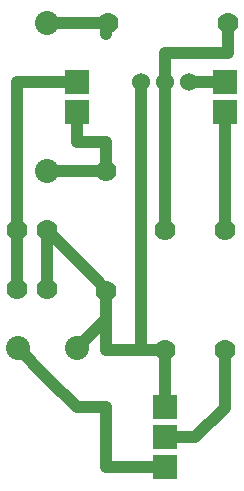
<source format=gbr>
G04 PROTEUS RS274X GERBER FILE*
%FSLAX45Y45*%
%MOMM*%
G01*
%ADD10C,1.016000*%
%ADD11C,1.778000*%
%ADD12R,2.032000X2.032000*%
%ADD13C,2.032000*%
%ADD14C,1.524000*%
D10*
X-7750000Y+5734000D02*
X-7750000Y+5250000D01*
X-7750000Y+4996000D02*
X-7500000Y+4996000D01*
X-7250000Y+5246000D01*
X-7250000Y+5734000D01*
X-7750000Y+8000000D02*
X-7750000Y+6750000D01*
X-7218000Y+8500000D02*
X-7218000Y+8250000D01*
X-7750000Y+8250000D01*
X-7750000Y+8000000D01*
X-8750000Y+8500000D02*
X-8250000Y+8500000D01*
X-8250000Y+8411100D01*
X-8234000Y+8500000D01*
X-7250000Y+7746000D02*
X-7250000Y+6750000D01*
X-7250000Y+8000000D02*
X-7546800Y+8000000D01*
X-8500000Y+8000000D02*
X-8750000Y+8000000D01*
X-9004000Y+8000000D01*
X-9004000Y+6750000D01*
X-8750000Y+7250000D02*
X-8250000Y+7250000D01*
X-8750000Y+6750000D02*
X-8322900Y+6322900D01*
X-8250000Y+6234000D01*
X-8750000Y+6250000D02*
X-8750000Y+6750000D01*
X-9004000Y+6750000D02*
X-9004000Y+6250000D01*
X-9000000Y+5750000D02*
X-8750000Y+5500000D01*
X-8500000Y+5250000D01*
X-8250000Y+5250000D01*
X-8250000Y+5000000D01*
X-8250000Y+4742000D01*
X-7750000Y+4742000D01*
X-7750000Y+5734000D02*
X-7953200Y+5734000D01*
X-8250000Y+5734000D01*
X-8250000Y+6000000D01*
X-8250000Y+6234000D01*
X-7953200Y+8000000D02*
X-7953200Y+5734000D01*
X-8500000Y+5750000D02*
X-8250000Y+6000000D01*
X-8250000Y+7250000D02*
X-8250000Y+7500000D01*
X-8500000Y+7500000D01*
X-8500000Y+7746000D01*
D11*
X-8250000Y+7250000D03*
X-8250000Y+6234000D03*
D12*
X-8500000Y+8000000D03*
X-8500000Y+7746000D03*
D13*
X-8500000Y+5750000D03*
X-9000000Y+5750000D03*
X-8750000Y+7250000D03*
X-8750000Y+8500000D03*
D12*
X-7250000Y+7746000D03*
X-7250000Y+8000000D03*
D14*
X-7953200Y+8000000D03*
X-7750000Y+8000000D03*
X-7546800Y+8000000D03*
D11*
X-7250000Y+6750000D03*
X-7250000Y+5734000D03*
X-8234000Y+8500000D03*
X-7218000Y+8500000D03*
X-7750000Y+6750000D03*
X-7750000Y+5734000D03*
D12*
X-7750000Y+5250000D03*
X-7750000Y+4996000D03*
X-7750000Y+4742000D03*
D11*
X-8750000Y+6250000D03*
X-9004000Y+6250000D03*
X-8750000Y+6750000D03*
X-9004000Y+6750000D03*
M02*

</source>
